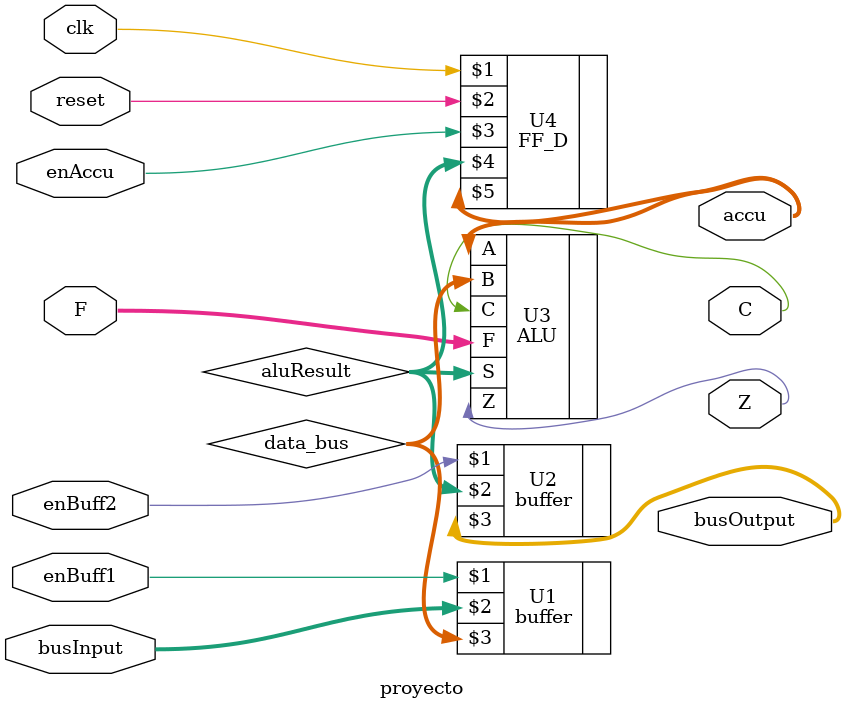
<source format=v>

module proyecto (input clk, reset, enBuff1, enBuff2, enAccu,
             input [2:0] F,
             input [3:0] busInput,
             output C,Z,
             output [3:0] busOutput, accu);

    wire [3:0] data_bus, aluResult;

    buffer U1(enBuff1, busInput, data_bus);
    buffer U2(enBuff2, aluResult, busOutput);
    ALU U3(.A(accu), .B(data_bus), .F(F), .C(C), .Z(Z), .S(aluResult));
    
    FF_D U4(clk, reset, enAccu, aluResult, accu);

endmodule

</source>
